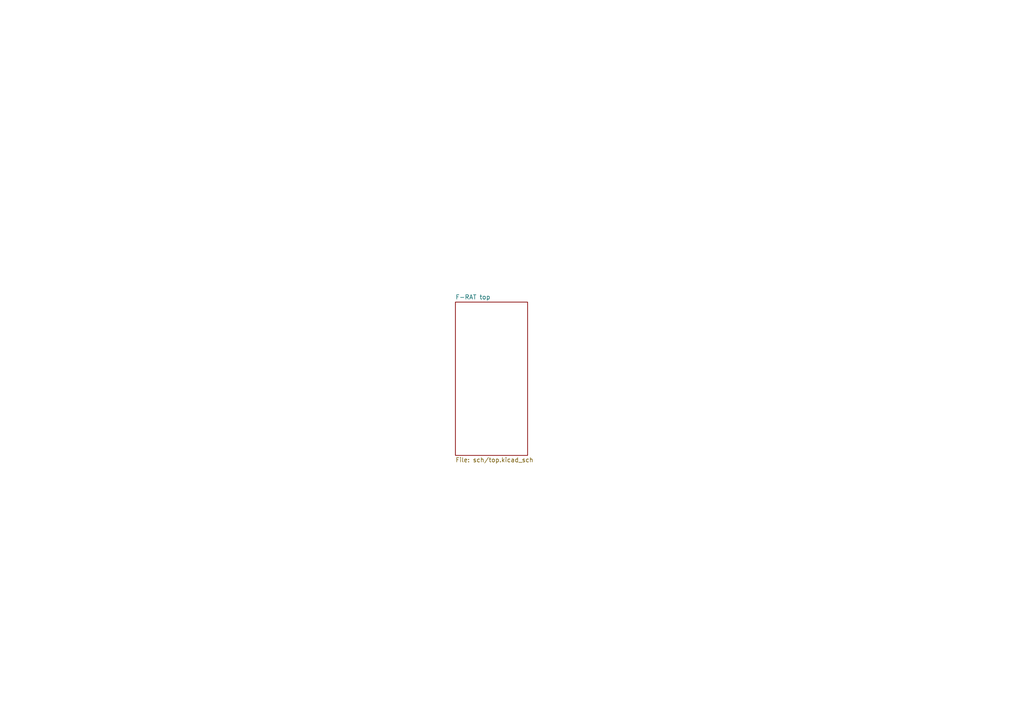
<source format=kicad_sch>
(kicad_sch (version 20230121) (generator eeschema)
  (paper "A4")
  (lib_symbols)
  (sheet (at 132.08 87.63) (size 20.955 44.45) (stroke (width 0.1524))
    (property "Sheetname" "F-RAT top" (at 132.08 86.9184 0) (effects (justify left bottom)))
    (property "Sheetfile" "sch/top.kicad_sch" (at 132.08 132.6646 0) (effects (justify left top)))
  )
)
</source>
